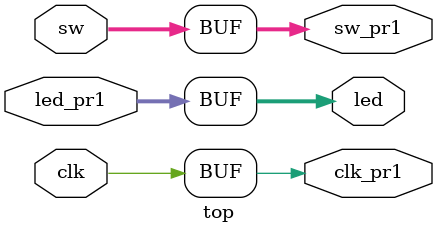
<source format=v>
module top (
    input  wire clk,
    output wire clk_pr1,
    input  wire [7:0] sw,
    output wire [7:0] sw_pr1,
    output wire [7:0] led,
    input wire [7:0] led_pr1
);
    assign led = led_pr1;
    assign sw_pr1 = sw;
    assign clk_pr1 = clk;
endmodule

</source>
